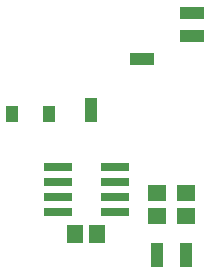
<source format=gbr>
G04 EAGLE Gerber RS-274X export*
G75*
%MOMM*%
%FSLAX34Y34*%
%LPD*%
%INSoldermask Top*%
%IPPOS*%
%AMOC8*
5,1,8,0,0,1.08239X$1,22.5*%
G01*
%ADD10R,1.427000X1.627000*%
%ADD11R,2.413000X0.736600*%
%ADD12R,1.127000X2.127000*%
%ADD13R,2.127000X1.127000*%
%ADD14R,1.127000X1.427000*%
%ADD15R,1.627000X1.427000*%


D10*
X89500Y27500D03*
X70500Y27500D03*
D11*
X104130Y45950D03*
X104130Y58650D03*
X104130Y71350D03*
X104130Y84050D03*
X55870Y84050D03*
X55870Y71350D03*
X55870Y58650D03*
X55870Y45950D03*
D12*
X140000Y10000D03*
X165000Y10000D03*
D13*
X170000Y195000D03*
D14*
X17000Y129500D03*
X49000Y129500D03*
D12*
X84000Y133000D03*
D13*
X127000Y176000D03*
X170000Y215000D03*
D15*
X140000Y43000D03*
X140000Y62000D03*
X165000Y43000D03*
X165000Y62000D03*
M02*

</source>
